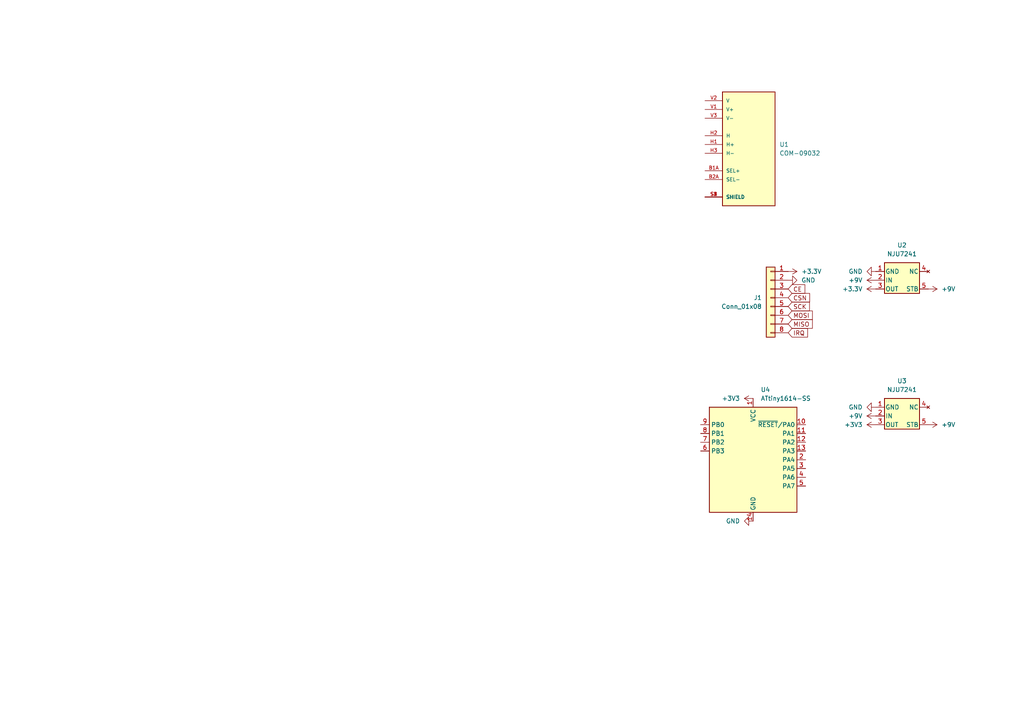
<source format=kicad_sch>
(kicad_sch (version 20230121) (generator eeschema)
  (paper "A4")
  (lib_symbols
    (symbol "Connector_Generic:Conn_01x08" (pin_names (offset 1.016) hide)
      (property "Reference" "J" (at 0 10.16 0))
      (property "Value" "Conn_01x08" (at 0 -12.7 0))
      (symbol "Conn_01x08_1_1"
        (rectangle (start -1.27 -10.033) (end 0 -10.287) (stroke (width 0.1524)))
        (rectangle (start -1.27 -7.493) (end 0 -7.747) (stroke (width 0.1524)))
        (rectangle (start -1.27 -4.953) (end 0 -5.207) (stroke (width 0.1524)))
        (rectangle (start -1.27 -2.413) (end 0 -2.667) (stroke (width 0.1524)))
        (rectangle (start -1.27 0.127) (end 0 -0.127) (stroke (width 0.1524)))
        (rectangle (start -1.27 2.667) (end 0 2.413) (stroke (width 0.1524)))
        (rectangle (start -1.27 5.207) (end 0 4.953) (stroke (width 0.1524)))
        (rectangle (start -1.27 7.747) (end 0 7.493) (stroke (width 0.1524)))
        (rectangle (start -1.27 8.89) (end 1.27 -11.43) (stroke (width 0.254)) (fill (type background)))
        (pin passive line (at -5.08 7.62 0) (length 3.81) (name "Pin_1") (number "1"))
        (pin passive line (at -5.08 5.08 0) (length 3.81) (name "Pin_2") (number "2"))
        (pin passive line (at -5.08 2.54 0) (length 3.81) (name "Pin_3") (number "3"))
        (pin passive line (at -5.08 0 0) (length 3.81) (name "Pin_4") (number "4"))
        (pin passive line (at -5.08 -2.54 0) (length 3.81) (name "Pin_5") (number "5"))
        (pin passive line (at -5.08 -5.08 0) (length 3.81) (name "Pin_6") (number "6"))
        (pin passive line (at -5.08 -7.62 0) (length 3.81) (name "Pin_7") (number "7"))
        (pin passive line (at -5.08 -10.16 0) (length 3.81) (name "Pin_8") (number "8"))
      )
    )
    (symbol "MCU_Microchip_ATtiny:ATtiny1614-SS"
      (property "Reference" "U" (at -12.7 16.51 0))
      (property "Value" "ATtiny1614-SS" (at 2.54 -16.51 0))
      (symbol "ATtiny1614-SS_0_1"
        (rectangle (start -12.7 -15.24) (end 12.7 15.24) (stroke (width 0.254)) (fill (type background)))
      )
      (symbol "ATtiny1614-SS_1_1"
        (pin power_in line (at 0 17.78 270) (length 2.54) (name "VCC") (number "1"))
        (pin bidirectional line (at 15.24 10.16 180) (length 2.54) (name "~{RESET}/PA0") (number "10"))
        (pin bidirectional line (at 15.24 7.62 180) (length 2.54) (name "PA1") (number "11"))
        (pin bidirectional line (at 15.24 5.08 180) (length 2.54) (name "PA2") (number "12"))
        (pin bidirectional line (at 15.24 2.54 180) (length 2.54) (name "PA3") (number "13"))
        (pin power_in line (at 0 -17.78 90) (length 2.54) (name "GND") (number "14"))
        (pin bidirectional line (at 15.24 0 180) (length 2.54) (name "PA4") (number "2"))
        (pin bidirectional line (at 15.24 -2.54 180) (length 2.54) (name "PA5") (number "3"))
        (pin bidirectional line (at 15.24 -5.08 180) (length 2.54) (name "PA6") (number "4"))
        (pin bidirectional line (at 15.24 -7.62 180) (length 2.54) (name "PA7") (number "5"))
        (pin bidirectional line (at -15.24 2.54 0) (length 2.54) (name "PB3") (number "6"))
        (pin bidirectional line (at -15.24 5.08 0) (length 2.54) (name "PB2") (number "7"))
        (pin bidirectional line (at -15.24 7.62 0) (length 2.54) (name "PB1") (number "8"))
        (pin bidirectional line (at -15.24 10.16 0) (length 2.54) (name "PB0") (number "9"))
      )
    )
    (symbol "MyLibrary:COM-09032" (pin_names (offset 1.016))
      (property "Reference" "U" (at -7.62 16.002 0))
      (property "Value" "COM-09032" (at -7.62 -20.32 0))
      (symbol "COM-09032_0_0"
        (rectangle (start -7.62 -17.78) (end 7.62 15.24) (stroke (width 0.254)) (fill (type background)))
        (pin passive line (at -12.7 -7.62 0) (length 5.08) (name "SEL+") (number "B1A"))
        (pin passive line (at -12.7 -10.16 0) (length 5.08) (name "SEL-") (number "B2A"))
        (pin passive line (at -12.7 0 0) (length 5.08) (name "H+") (number "H1"))
        (pin passive line (at -12.7 2.54 0) (length 5.08) (name "H") (number "H2"))
        (pin passive line (at -12.7 -2.54 0) (length 5.08) (name "H-") (number "H3"))
        (pin passive line (at -12.7 -15.24 0) (length 5.08) (name "SHIELD") (number "S1"))
        (pin passive line (at -12.7 -15.24 0) (length 5.08) (name "SHIELD") (number "S2"))
        (pin passive line (at -12.7 -15.24 0) (length 5.08) (name "SHIELD") (number "S3"))
        (pin passive line (at -12.7 -15.24 0) (length 5.08) (name "SHIELD") (number "S4"))
        (pin passive line (at -12.7 10.16 0) (length 5.08) (name "V+") (number "V1"))
        (pin passive line (at -12.7 12.7 0) (length 5.08) (name "V") (number "V2"))
        (pin passive line (at -12.7 7.62 0) (length 5.08) (name "V-") (number "V3"))
      )
    )
    (symbol "MyLibrary:NJU7241" (pin_names (offset 0.254))
      (property "Reference" "U" (at -3.81 3.175 0))
      (property "Value" "NJU7241" (at 0 3.175 0))
      (symbol "NJU7241_0_1"
        (rectangle (start -5.08 1.27) (end 5.08 -7.62) (stroke (width 0.254)) (fill (type background)))
      )
      (symbol "NJU7241_1_1"
        (pin power_in line (at -7.62 -1.27 0) (length 2.54) (name "GND") (number "1"))
        (pin power_in line (at -7.62 -3.81 0) (length 2.54) (name "IN") (number "2"))
        (pin power_out line (at -7.62 -6.35 0) (length 2.54) (name "OUT") (number "3"))
        (pin no_connect line (at 7.62 -1.27 180) (length 2.54) (name "NC") (number "4"))
        (pin input line (at 7.62 -6.35 180) (length 2.54) (name "STB") (number "5"))
      )
    )
    (symbol "power:+3.3V" (power) (pin_names (offset 0))
      (property "Value" "+3.3V" (at 0 3.556 0))
      (symbol "+3.3V_0_1"
        (polyline (pts (xy -0.762 1.27) (xy 0 2.54)))
        (polyline (pts (xy 0 0) (xy 0 2.54)))
        (polyline (pts (xy 0 2.54) (xy 0.762 1.27)))
      )
      (symbol "+3.3V_1_1"
        (pin power_in line (at 0 0 90) (length 0) hide (name "+3.3V") (number "1"))
      )
    )
    (symbol "power:+3V3" (power) (pin_names (offset 0))
      (property "Value" "+3V3" (at 0 3.556 0))
      (symbol "+3V3_0_1"
        (polyline (pts (xy -0.762 1.27) (xy 0 2.54)))
        (polyline (pts (xy 0 0) (xy 0 2.54)))
        (polyline (pts (xy 0 2.54) (xy 0.762 1.27)))
      )
      (symbol "+3V3_1_1"
        (pin power_in line (at 0 0 90) (length 0) hide (name "+3V3") (number "1"))
      )
    )
    (symbol "power:+9V" (power) (pin_names (offset 0))
      (property "Value" "+9V" (at 0 3.556 0))
      (symbol "+9V_0_1"
        (polyline (pts (xy -0.762 1.27) (xy 0 2.54)))
        (polyline (pts (xy 0 0) (xy 0 2.54)))
        (polyline (pts (xy 0 2.54) (xy 0.762 1.27)))
      )
      (symbol "+9V_1_1"
        (pin power_in line (at 0 0 90) (length 0) hide (name "+9V") (number "1"))
      )
    )
    (symbol "power:GND" (power) (pin_names (offset 0))
      (property "Value" "GND" (at 0 -3.81 0))
      (symbol "GND_0_1"
        (polyline (pts (xy 0 0) (xy 0 -1.27) (xy 1.27 -1.27) (xy 0 -2.54) (xy -1.27 -1.27) (xy 0 -1.27)))
      )
      (symbol "GND_1_1"
        (pin power_in line (at 0 0 270) (length 0) hide (name "GND") (number "1"))
      )
    )
  )
  (global_label "MOSI" (shape input) (at 228.6 91.44 0) (property "Intersheetrefs" "${INTERSHEET_REFS}" (effects hide)))
  (global_label "MISO" (shape input) (at 228.6 93.98 0) (property "Intersheetrefs" "${INTERSHEET_REFS}" (effects hide)))
  (global_label "CSN" (shape input) (at 228.6 86.36 0) (property "Intersheetrefs" "${INTERSHEET_REFS}" (effects hide)))
  (global_label "SCK" (shape input) (at 228.6 88.9 0) (property "Intersheetrefs" "${INTERSHEET_REFS}" (effects hide)))
  (global_label "IRQ" (shape input) (at 228.6 96.52 0) (property "Intersheetrefs" "${INTERSHEET_REFS}" (effects hide)))
  (global_label "CE" (shape input) (at 228.6 83.82 0) (property "Intersheetrefs" "${INTERSHEET_REFS}" (effects hide)))
  (symbol (lib_id "power:GND") (at 254 78.74 270) (unit 1)
    (property "Reference" "#PWR04" (effects hide))
    (property "Value" "GND" (at 250.19 78.74 90) (effects (justify right)))
  )
  (symbol (lib_id "MCU_Microchip_ATtiny:ATtiny1614-SS") (at 218.44 133.35 0) (unit 1)
    (property "Reference" "U4" (at 220.6341 113.03 0) (effects (justify left)))
    (property "Value" "ATtiny1614-SS" (at 220.6341 115.57 0) (effects (justify left)))
    (property "Footprint" "Package_SO:SOIC-14_3.9x8.7mm_P1.27mm" (effects hide))
    (property "Datasheet" "http://ww1.microchip.com/downloads/en/DeviceDoc/ATtiny1614-data-sheet-40001995A.pdf" (effects hide))
  )
  (symbol (lib_id "power:+9V") (at 254 120.65 90) (unit 1)
    (property "Reference" "#PWR08" (effects hide))
    (property "Value" "+9V" (at 250.19 120.65 90) (effects (justify left)))
  )
  (symbol (lib_id "power:+3.3V") (at 228.6 78.74 270) (mirror x) (unit 1)
    (property "Reference" "#PWR01" (effects hide))
    (property "Value" "+3.3V" (at 232.41 78.74 90) (effects (justify left)))
  )
  (symbol (lib_id "MyLibrary:NJU7241") (at 261.62 77.47 0) (unit 1)
    (property "Reference" "U2" (at 261.62 71.12 0))
    (property "Value" "NJU7241" (at 261.62 73.66 0))
    (property "Footprint" "Package_TO_SOT_SMD:SOT-23-5" (effects hide))
  )
  (symbol (lib_id "power:+3V3") (at 218.44 115.57 90) (unit 1)
    (property "Reference" "#PWR011" (effects hide))
    (property "Value" "+3V3" (at 214.63 115.57 90) (effects (justify left)))
  )
  (symbol (lib_id "power:+9V") (at 269.24 83.82 270) (mirror x) (unit 1)
    (property "Reference" "#PWR06" (effects hide))
    (property "Value" "+9V" (at 273.05 83.82 90) (effects (justify left)))
  )
  (symbol (lib_id "power:+3V3") (at 254 123.19 90) (unit 1)
    (property "Reference" "#PWR09" (effects hide))
    (property "Value" "+3V3" (at 250.19 123.19 90) (effects (justify left)))
  )
  (symbol (lib_id "power:GND") (at 228.6 81.28 90) (mirror x) (unit 1)
    (property "Reference" "#PWR02" (effects hide))
    (property "Value" "GND" (at 232.41 81.28 90) (effects (justify right)))
  )
  (symbol (lib_id "power:GND") (at 218.44 151.13 270) (unit 1)
    (property "Reference" "#PWR012" (effects hide))
    (property "Value" "GND" (at 214.63 151.13 90) (effects (justify right)))
  )
  (symbol (lib_id "power:+3.3V") (at 254 83.82 90) (unit 1)
    (property "Reference" "#PWR03" (effects hide))
    (property "Value" "+3.3V" (at 250.19 83.82 90) (effects (justify left)))
  )
  (symbol (lib_id "Connector_Generic:Conn_01x08") (at 223.52 86.36 0) (mirror y) (unit 1)
    (property "Reference" "J1" (at 220.98 86.36 0) (effects (justify left)))
    (property "Value" "Conn_01x08" (at 220.98 88.9 0) (effects (justify left)))
    (property "Footprint" "Connector_PinHeader_1.27mm:PinHeader_1x08_P1.27mm_Vertical" (effects hide))
  )
  (symbol (lib_id "power:+9V") (at 269.24 123.19 270) (mirror x) (unit 1)
    (property "Reference" "#PWR010" (effects hide))
    (property "Value" "+9V" (at 273.05 123.19 90) (effects (justify left)))
  )
  (symbol (lib_id "power:GND") (at 254 118.11 270) (unit 1)
    (property "Reference" "#PWR07" (effects hide))
    (property "Value" "GND" (at 250.19 118.11 90) (effects (justify right)))
  )
  (symbol (lib_id "MyLibrary:COM-09032") (at 217.17 41.91 0) (unit 1)
    (property "Reference" "U1" (at 226.06 41.91 0) (effects (justify left)))
    (property "Value" "COM-09032" (at 226.06 44.45 0) (effects (justify left)))
    (property "Footprint" "MyLibrary:XDCR_COM-09032" (effects hide))
    (property "MF" "SparkFun Electronics" (effects hide))
    (property "MAXIMUM_PACKAGE_HEIGHT" "30.1mm" (effects hide))
    (property "Package" "Package" (effects hide))
    (property "Price" "None" (effects hide))
    (property "Check_prices" "https://www.snapeda.com/parts/COM-09032/SparkFun+Electronics/view-part/?ref=eda" (effects hide))
    (property "STANDARD" "Manufacturer Recommendations" (effects hide))
    (property "PARTREV" "N/A" (effects hide))
    (property "SnapEDA_Link" "https://www.snapeda.com/parts/COM-09032/SparkFun+Electronics/view-part/?ref=snap" (effects hide))
    (property "MP" "COM-09032" (effects hide))
    (property "Purchase-URL" "https://www.snapeda.com/api/url_track_click_mouser/?unipart_id=888157&manufacturer=SparkFun Electronics&part_name=COM-09032&search_term=None" (effects hide))
    (property "Description" "\nJoystick, 2 - Axis Analog (Resistive) Output\n" (effects hide))
    (property "Availability" "In Stock" (effects hide))
    (property "MANUFACTURER" "SparkFun Electronics" (effects hide))
  )
  (symbol (lib_id "MyLibrary:NJU7241") (at 261.62 116.84 0) (unit 1)
    (property "Reference" "U3" (at 261.62 110.49 0))
    (property "Value" "NJU7241" (at 261.62 113.03 0))
    (property "Footprint" "Package_TO_SOT_SMD:SOT-23-5" (effects hide))
  )
  (symbol (lib_id "power:+9V") (at 254 81.28 90) (unit 1)
    (property "Reference" "#PWR05" (effects hide))
    (property "Value" "+9V" (at 250.19 81.28 90) (effects (justify left)))
  )
)
</source>
